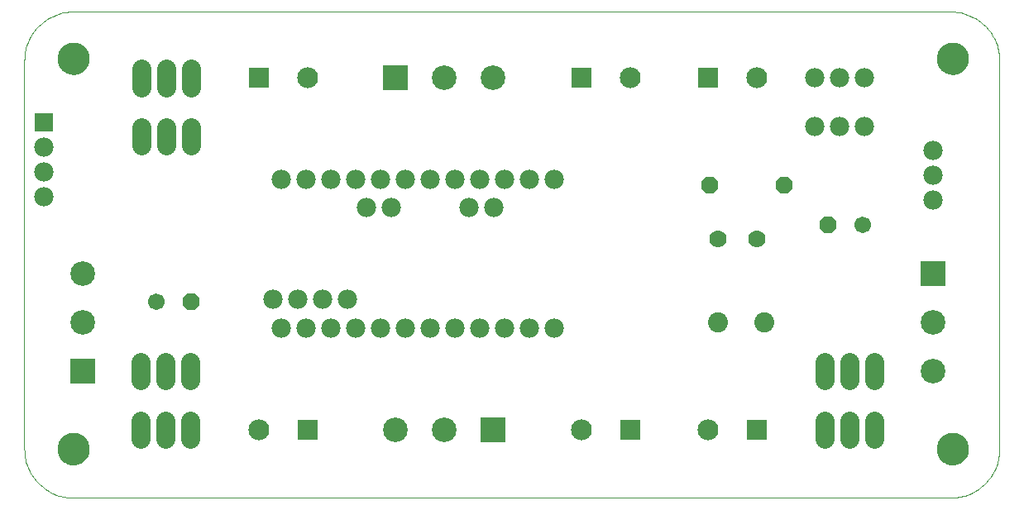
<source format=gts>
G75*
%MOIN*%
%OFA0B0*%
%FSLAX24Y24*%
%IPPOS*%
%LPD*%
%AMOC8*
5,1,8,0,0,1.08239X$1,22.5*
%
%ADD10C,0.0000*%
%ADD11C,0.1300*%
%ADD12C,0.0780*%
%ADD13C,0.0780*%
%ADD14OC8,0.0670*%
%ADD15C,0.0670*%
%ADD16C,0.0700*%
%ADD17R,0.0990X0.0990*%
%ADD18C,0.0990*%
%ADD19R,0.0840X0.0840*%
%ADD20C,0.0840*%
%ADD21C,0.0808*%
%ADD22R,0.0780X0.0780*%
D10*
X002269Y000300D02*
X037623Y000300D01*
X037709Y000302D01*
X037795Y000307D01*
X037880Y000317D01*
X037965Y000330D01*
X038049Y000347D01*
X038133Y000367D01*
X038215Y000391D01*
X038296Y000419D01*
X038377Y000450D01*
X038455Y000484D01*
X038532Y000522D01*
X038608Y000564D01*
X038681Y000608D01*
X038752Y000656D01*
X038822Y000707D01*
X038889Y000761D01*
X038953Y000817D01*
X039015Y000877D01*
X039075Y000939D01*
X039131Y001003D01*
X039185Y001070D01*
X039236Y001140D01*
X039284Y001211D01*
X039328Y001284D01*
X039370Y001360D01*
X039408Y001437D01*
X039442Y001515D01*
X039473Y001596D01*
X039501Y001677D01*
X039525Y001759D01*
X039545Y001843D01*
X039562Y001927D01*
X039575Y002012D01*
X039585Y002097D01*
X039590Y002183D01*
X039592Y002269D01*
X039591Y002269D02*
X039591Y017938D01*
X037072Y018017D02*
X037074Y018067D01*
X037080Y018117D01*
X037090Y018166D01*
X037104Y018214D01*
X037121Y018261D01*
X037142Y018306D01*
X037167Y018350D01*
X037195Y018391D01*
X037227Y018430D01*
X037261Y018467D01*
X037298Y018501D01*
X037338Y018531D01*
X037380Y018558D01*
X037424Y018582D01*
X037470Y018603D01*
X037517Y018619D01*
X037565Y018632D01*
X037615Y018641D01*
X037664Y018646D01*
X037715Y018647D01*
X037765Y018644D01*
X037814Y018637D01*
X037863Y018626D01*
X037911Y018611D01*
X037957Y018593D01*
X038002Y018571D01*
X038045Y018545D01*
X038086Y018516D01*
X038125Y018484D01*
X038161Y018449D01*
X038193Y018411D01*
X038223Y018371D01*
X038250Y018328D01*
X038273Y018284D01*
X038292Y018238D01*
X038308Y018190D01*
X038320Y018141D01*
X038328Y018092D01*
X038332Y018042D01*
X038332Y017992D01*
X038328Y017942D01*
X038320Y017893D01*
X038308Y017844D01*
X038292Y017796D01*
X038273Y017750D01*
X038250Y017706D01*
X038223Y017663D01*
X038193Y017623D01*
X038161Y017585D01*
X038125Y017550D01*
X038086Y017518D01*
X038045Y017489D01*
X038002Y017463D01*
X037957Y017441D01*
X037911Y017423D01*
X037863Y017408D01*
X037814Y017397D01*
X037765Y017390D01*
X037715Y017387D01*
X037664Y017388D01*
X037615Y017393D01*
X037565Y017402D01*
X037517Y017415D01*
X037470Y017431D01*
X037424Y017452D01*
X037380Y017476D01*
X037338Y017503D01*
X037298Y017533D01*
X037261Y017567D01*
X037227Y017604D01*
X037195Y017643D01*
X037167Y017684D01*
X037142Y017728D01*
X037121Y017773D01*
X037104Y017820D01*
X037090Y017868D01*
X037080Y017917D01*
X037074Y017967D01*
X037072Y018017D01*
X037623Y019907D02*
X037709Y019905D01*
X037795Y019900D01*
X037880Y019890D01*
X037965Y019877D01*
X038049Y019860D01*
X038133Y019840D01*
X038215Y019816D01*
X038296Y019788D01*
X038377Y019757D01*
X038455Y019723D01*
X038532Y019685D01*
X038608Y019643D01*
X038681Y019599D01*
X038752Y019551D01*
X038822Y019500D01*
X038889Y019446D01*
X038953Y019390D01*
X039015Y019330D01*
X039075Y019268D01*
X039131Y019204D01*
X039185Y019137D01*
X039236Y019067D01*
X039284Y018996D01*
X039328Y018923D01*
X039370Y018847D01*
X039408Y018770D01*
X039442Y018692D01*
X039473Y018611D01*
X039501Y018530D01*
X039525Y018448D01*
X039545Y018364D01*
X039562Y018280D01*
X039575Y018195D01*
X039585Y018110D01*
X039590Y018024D01*
X039592Y017938D01*
X037623Y019906D02*
X002269Y019906D01*
X001639Y018017D02*
X001641Y018067D01*
X001647Y018117D01*
X001657Y018166D01*
X001671Y018214D01*
X001688Y018261D01*
X001709Y018306D01*
X001734Y018350D01*
X001762Y018391D01*
X001794Y018430D01*
X001828Y018467D01*
X001865Y018501D01*
X001905Y018531D01*
X001947Y018558D01*
X001991Y018582D01*
X002037Y018603D01*
X002084Y018619D01*
X002132Y018632D01*
X002182Y018641D01*
X002231Y018646D01*
X002282Y018647D01*
X002332Y018644D01*
X002381Y018637D01*
X002430Y018626D01*
X002478Y018611D01*
X002524Y018593D01*
X002569Y018571D01*
X002612Y018545D01*
X002653Y018516D01*
X002692Y018484D01*
X002728Y018449D01*
X002760Y018411D01*
X002790Y018371D01*
X002817Y018328D01*
X002840Y018284D01*
X002859Y018238D01*
X002875Y018190D01*
X002887Y018141D01*
X002895Y018092D01*
X002899Y018042D01*
X002899Y017992D01*
X002895Y017942D01*
X002887Y017893D01*
X002875Y017844D01*
X002859Y017796D01*
X002840Y017750D01*
X002817Y017706D01*
X002790Y017663D01*
X002760Y017623D01*
X002728Y017585D01*
X002692Y017550D01*
X002653Y017518D01*
X002612Y017489D01*
X002569Y017463D01*
X002524Y017441D01*
X002478Y017423D01*
X002430Y017408D01*
X002381Y017397D01*
X002332Y017390D01*
X002282Y017387D01*
X002231Y017388D01*
X002182Y017393D01*
X002132Y017402D01*
X002084Y017415D01*
X002037Y017431D01*
X001991Y017452D01*
X001947Y017476D01*
X001905Y017503D01*
X001865Y017533D01*
X001828Y017567D01*
X001794Y017604D01*
X001762Y017643D01*
X001734Y017684D01*
X001709Y017728D01*
X001688Y017773D01*
X001671Y017820D01*
X001657Y017868D01*
X001647Y017917D01*
X001641Y017967D01*
X001639Y018017D01*
X000300Y017938D02*
X000302Y018024D01*
X000307Y018110D01*
X000317Y018195D01*
X000330Y018280D01*
X000347Y018364D01*
X000367Y018448D01*
X000391Y018530D01*
X000419Y018611D01*
X000450Y018692D01*
X000484Y018770D01*
X000522Y018847D01*
X000564Y018923D01*
X000608Y018996D01*
X000656Y019067D01*
X000707Y019137D01*
X000761Y019204D01*
X000817Y019268D01*
X000877Y019330D01*
X000939Y019390D01*
X001003Y019446D01*
X001070Y019500D01*
X001140Y019551D01*
X001211Y019599D01*
X001285Y019643D01*
X001360Y019685D01*
X001437Y019723D01*
X001515Y019757D01*
X001596Y019788D01*
X001677Y019816D01*
X001759Y019840D01*
X001843Y019860D01*
X001927Y019877D01*
X002012Y019890D01*
X002097Y019900D01*
X002183Y019905D01*
X002269Y019907D01*
X000300Y017938D02*
X000300Y002269D01*
X001639Y002269D02*
X001641Y002319D01*
X001647Y002369D01*
X001657Y002418D01*
X001671Y002466D01*
X001688Y002513D01*
X001709Y002558D01*
X001734Y002602D01*
X001762Y002643D01*
X001794Y002682D01*
X001828Y002719D01*
X001865Y002753D01*
X001905Y002783D01*
X001947Y002810D01*
X001991Y002834D01*
X002037Y002855D01*
X002084Y002871D01*
X002132Y002884D01*
X002182Y002893D01*
X002231Y002898D01*
X002282Y002899D01*
X002332Y002896D01*
X002381Y002889D01*
X002430Y002878D01*
X002478Y002863D01*
X002524Y002845D01*
X002569Y002823D01*
X002612Y002797D01*
X002653Y002768D01*
X002692Y002736D01*
X002728Y002701D01*
X002760Y002663D01*
X002790Y002623D01*
X002817Y002580D01*
X002840Y002536D01*
X002859Y002490D01*
X002875Y002442D01*
X002887Y002393D01*
X002895Y002344D01*
X002899Y002294D01*
X002899Y002244D01*
X002895Y002194D01*
X002887Y002145D01*
X002875Y002096D01*
X002859Y002048D01*
X002840Y002002D01*
X002817Y001958D01*
X002790Y001915D01*
X002760Y001875D01*
X002728Y001837D01*
X002692Y001802D01*
X002653Y001770D01*
X002612Y001741D01*
X002569Y001715D01*
X002524Y001693D01*
X002478Y001675D01*
X002430Y001660D01*
X002381Y001649D01*
X002332Y001642D01*
X002282Y001639D01*
X002231Y001640D01*
X002182Y001645D01*
X002132Y001654D01*
X002084Y001667D01*
X002037Y001683D01*
X001991Y001704D01*
X001947Y001728D01*
X001905Y001755D01*
X001865Y001785D01*
X001828Y001819D01*
X001794Y001856D01*
X001762Y001895D01*
X001734Y001936D01*
X001709Y001980D01*
X001688Y002025D01*
X001671Y002072D01*
X001657Y002120D01*
X001647Y002169D01*
X001641Y002219D01*
X001639Y002269D01*
X000300Y002269D02*
X000302Y002183D01*
X000307Y002097D01*
X000317Y002012D01*
X000330Y001927D01*
X000347Y001843D01*
X000367Y001759D01*
X000391Y001677D01*
X000419Y001596D01*
X000450Y001515D01*
X000484Y001437D01*
X000522Y001360D01*
X000564Y001285D01*
X000608Y001211D01*
X000656Y001140D01*
X000707Y001070D01*
X000761Y001003D01*
X000817Y000939D01*
X000877Y000877D01*
X000939Y000817D01*
X001003Y000761D01*
X001070Y000707D01*
X001140Y000656D01*
X001211Y000608D01*
X001284Y000564D01*
X001360Y000522D01*
X001437Y000484D01*
X001515Y000450D01*
X001596Y000419D01*
X001677Y000391D01*
X001759Y000367D01*
X001843Y000347D01*
X001927Y000330D01*
X002012Y000317D01*
X002097Y000307D01*
X002183Y000302D01*
X002269Y000300D01*
X037072Y002269D02*
X037074Y002319D01*
X037080Y002369D01*
X037090Y002418D01*
X037104Y002466D01*
X037121Y002513D01*
X037142Y002558D01*
X037167Y002602D01*
X037195Y002643D01*
X037227Y002682D01*
X037261Y002719D01*
X037298Y002753D01*
X037338Y002783D01*
X037380Y002810D01*
X037424Y002834D01*
X037470Y002855D01*
X037517Y002871D01*
X037565Y002884D01*
X037615Y002893D01*
X037664Y002898D01*
X037715Y002899D01*
X037765Y002896D01*
X037814Y002889D01*
X037863Y002878D01*
X037911Y002863D01*
X037957Y002845D01*
X038002Y002823D01*
X038045Y002797D01*
X038086Y002768D01*
X038125Y002736D01*
X038161Y002701D01*
X038193Y002663D01*
X038223Y002623D01*
X038250Y002580D01*
X038273Y002536D01*
X038292Y002490D01*
X038308Y002442D01*
X038320Y002393D01*
X038328Y002344D01*
X038332Y002294D01*
X038332Y002244D01*
X038328Y002194D01*
X038320Y002145D01*
X038308Y002096D01*
X038292Y002048D01*
X038273Y002002D01*
X038250Y001958D01*
X038223Y001915D01*
X038193Y001875D01*
X038161Y001837D01*
X038125Y001802D01*
X038086Y001770D01*
X038045Y001741D01*
X038002Y001715D01*
X037957Y001693D01*
X037911Y001675D01*
X037863Y001660D01*
X037814Y001649D01*
X037765Y001642D01*
X037715Y001639D01*
X037664Y001640D01*
X037615Y001645D01*
X037565Y001654D01*
X037517Y001667D01*
X037470Y001683D01*
X037424Y001704D01*
X037380Y001728D01*
X037338Y001755D01*
X037298Y001785D01*
X037261Y001819D01*
X037227Y001856D01*
X037195Y001895D01*
X037167Y001936D01*
X037142Y001980D01*
X037121Y002025D01*
X037104Y002072D01*
X037090Y002120D01*
X037080Y002169D01*
X037074Y002219D01*
X037072Y002269D01*
D11*
X037702Y002269D03*
X037702Y018017D03*
X002269Y018017D03*
X002269Y002269D03*
D12*
X010654Y007143D03*
X011654Y007143D03*
X012654Y007143D03*
X013654Y007143D03*
X014654Y007143D03*
X015654Y007143D03*
X016654Y007143D03*
X017654Y007143D03*
X018654Y007143D03*
X019654Y007143D03*
X020654Y007143D03*
X021654Y007143D03*
X013316Y008300D03*
X012316Y008300D03*
X011316Y008300D03*
X010316Y008300D03*
X014092Y012018D03*
X015092Y012018D03*
X014654Y013143D03*
X013654Y013143D03*
X012654Y013143D03*
X011654Y013143D03*
X010654Y013143D03*
X015654Y013143D03*
X016654Y013143D03*
X017654Y013143D03*
X018654Y013143D03*
X019654Y013143D03*
X020654Y013143D03*
X021654Y013143D03*
X019217Y012018D03*
X018217Y012018D03*
X032158Y015261D03*
X033158Y015261D03*
X034158Y015261D03*
X036914Y014308D03*
X036914Y013308D03*
X036914Y012308D03*
X034158Y017229D03*
X033158Y017229D03*
X032158Y017229D03*
X001087Y014457D03*
X001087Y013457D03*
X001087Y012457D03*
D13*
X005024Y014497D02*
X005024Y015237D01*
X006024Y015237D02*
X006024Y014497D01*
X007024Y014497D02*
X007024Y015237D01*
X007024Y016859D02*
X007024Y017599D01*
X006024Y017599D02*
X006024Y016859D01*
X005024Y016859D02*
X005024Y017599D01*
X004993Y005788D02*
X004993Y005048D01*
X005993Y005048D02*
X005993Y005788D01*
X006993Y005788D02*
X006993Y005048D01*
X006993Y003426D02*
X006993Y002686D01*
X005993Y002686D02*
X005993Y003426D01*
X004993Y003426D02*
X004993Y002686D01*
X032552Y002686D02*
X032552Y003426D01*
X033552Y003426D02*
X033552Y002686D01*
X034552Y002686D02*
X034552Y003426D01*
X034552Y005048D02*
X034552Y005788D01*
X033552Y005788D02*
X033552Y005048D01*
X032552Y005048D02*
X032552Y005788D01*
D14*
X032671Y011324D03*
X030934Y012898D03*
X027934Y012898D03*
X007031Y008206D03*
D15*
X005631Y008206D03*
X034071Y011324D03*
D16*
X029828Y010733D03*
X028253Y010733D03*
D17*
X036914Y009355D03*
X019198Y003056D03*
X002662Y005418D03*
X015261Y017229D03*
D18*
X017229Y017229D03*
X019198Y017229D03*
X002662Y009355D03*
X002662Y007387D03*
X015261Y003056D03*
X017229Y003056D03*
X036914Y005418D03*
X036914Y007387D03*
D19*
X029828Y003056D03*
X024709Y003056D03*
X011717Y003056D03*
X009749Y017229D03*
X022741Y017229D03*
X027859Y017229D03*
D20*
X029828Y017229D03*
X024709Y017229D03*
X011717Y017229D03*
X009749Y003056D03*
X022741Y003056D03*
X027859Y003056D03*
D21*
X028253Y007387D03*
X030103Y007387D03*
D22*
X001087Y015457D03*
M02*

</source>
